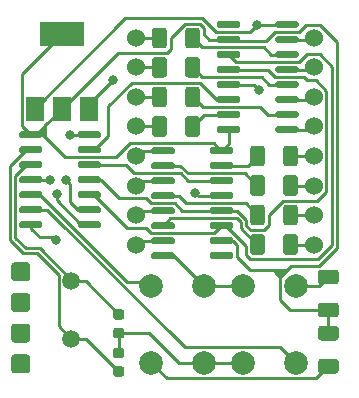
<source format=gbr>
%TF.GenerationSoftware,KiCad,Pcbnew,5.1.6*%
%TF.CreationDate,2020-06-28T23:45:08-05:00*%
%TF.ProjectId,watchKiCad,77617463-684b-4694-9361-642e6b696361,0*%
%TF.SameCoordinates,Original*%
%TF.FileFunction,Copper,L1,Top*%
%TF.FilePolarity,Positive*%
%FSLAX46Y46*%
G04 Gerber Fmt 4.6, Leading zero omitted, Abs format (unit mm)*
G04 Created by KiCad (PCBNEW 5.1.6) date 2020-06-28 23:45:08*
%MOMM*%
%LPD*%
G01*
G04 APERTURE LIST*
%TA.AperFunction,ComponentPad*%
%ADD10C,1.524000*%
%TD*%
%TA.AperFunction,ComponentPad*%
%ADD11C,2.000000*%
%TD*%
%TA.AperFunction,SMDPad,CuDef*%
%ADD12R,3.800000X2.000000*%
%TD*%
%TA.AperFunction,SMDPad,CuDef*%
%ADD13R,1.500000X2.000000*%
%TD*%
%TA.AperFunction,ComponentPad*%
%ADD14C,1.500000*%
%TD*%
%TA.AperFunction,ViaPad*%
%ADD15C,0.800000*%
%TD*%
%TA.AperFunction,Conductor*%
%ADD16C,0.250000*%
%TD*%
G04 APERTURE END LIST*
%TO.P,REF\u002A\u002A,1*%
%TO.N,Net-(U2-Pad8)*%
%TA.AperFunction,ComponentPad*%
G36*
G01*
X127350000Y-114550400D02*
X127350000Y-113449600D01*
G75*
G02*
X127599600Y-113200000I249600J0D01*
G01*
X128700400Y-113200000D01*
G75*
G02*
X128950000Y-113449600I0J-249600D01*
G01*
X128950000Y-114550400D01*
G75*
G02*
X128700400Y-114800000I-249600J0D01*
G01*
X127599600Y-114800000D01*
G75*
G02*
X127350000Y-114550400I0J249600D01*
G01*
G37*
%TD.AperFunction*%
%TD*%
%TO.P,REF\u002A\u002A,1*%
%TO.N,Net-(U2-Pad9)*%
%TA.AperFunction,ComponentPad*%
G36*
G01*
X127350000Y-117150400D02*
X127350000Y-116049600D01*
G75*
G02*
X127599600Y-115800000I249600J0D01*
G01*
X128700400Y-115800000D01*
G75*
G02*
X128950000Y-116049600I0J-249600D01*
G01*
X128950000Y-117150400D01*
G75*
G02*
X128700400Y-117400000I-249600J0D01*
G01*
X127599600Y-117400000D01*
G75*
G02*
X127350000Y-117150400I0J249600D01*
G01*
G37*
%TD.AperFunction*%
%TD*%
%TO.P,REF\u002A\u002A,1*%
%TO.N,Net-(U2-Pad7)*%
%TA.AperFunction,ComponentPad*%
G36*
G01*
X127350000Y-119750400D02*
X127350000Y-118649600D01*
G75*
G02*
X127599600Y-118400000I249600J0D01*
G01*
X128700400Y-118400000D01*
G75*
G02*
X128950000Y-118649600I0J-249600D01*
G01*
X128950000Y-119750400D01*
G75*
G02*
X128700400Y-120000000I-249600J0D01*
G01*
X127599600Y-120000000D01*
G75*
G02*
X127350000Y-119750400I0J249600D01*
G01*
G37*
%TD.AperFunction*%
%TD*%
%TO.P,REF\u002A\u002A,1*%
%TO.N,Net-(U2-Pad4)*%
%TA.AperFunction,ComponentPad*%
G36*
G01*
X127350000Y-122350400D02*
X127350000Y-121249600D01*
G75*
G02*
X127599600Y-121000000I249600J0D01*
G01*
X128700400Y-121000000D01*
G75*
G02*
X128950000Y-121249600I0J-249600D01*
G01*
X128950000Y-122350400D01*
G75*
G02*
X128700400Y-122600000I-249600J0D01*
G01*
X127599600Y-122600000D01*
G75*
G02*
X127350000Y-122350400I0J249600D01*
G01*
G37*
%TD.AperFunction*%
%TD*%
%TO.P,U2,1*%
%TO.N,Net-(R1-Pad2)*%
%TA.AperFunction,SMDPad,CuDef*%
G36*
G01*
X128025000Y-102540000D02*
X128025000Y-102240000D01*
G75*
G02*
X128175000Y-102090000I150000J0D01*
G01*
X129825000Y-102090000D01*
G75*
G02*
X129975000Y-102240000I0J-150000D01*
G01*
X129975000Y-102540000D01*
G75*
G02*
X129825000Y-102690000I-150000J0D01*
G01*
X128175000Y-102690000D01*
G75*
G02*
X128025000Y-102540000I0J150000D01*
G01*
G37*
%TD.AperFunction*%
%TO.P,U2,2*%
%TO.N,Net-(C1-Pad1)*%
%TA.AperFunction,SMDPad,CuDef*%
G36*
G01*
X128025000Y-103810000D02*
X128025000Y-103510000D01*
G75*
G02*
X128175000Y-103360000I150000J0D01*
G01*
X129825000Y-103360000D01*
G75*
G02*
X129975000Y-103510000I0J-150000D01*
G01*
X129975000Y-103810000D01*
G75*
G02*
X129825000Y-103960000I-150000J0D01*
G01*
X128175000Y-103960000D01*
G75*
G02*
X128025000Y-103810000I0J150000D01*
G01*
G37*
%TD.AperFunction*%
%TO.P,U2,3*%
%TO.N,Net-(C2-Pad1)*%
%TA.AperFunction,SMDPad,CuDef*%
G36*
G01*
X128025000Y-105080000D02*
X128025000Y-104780000D01*
G75*
G02*
X128175000Y-104630000I150000J0D01*
G01*
X129825000Y-104630000D01*
G75*
G02*
X129975000Y-104780000I0J-150000D01*
G01*
X129975000Y-105080000D01*
G75*
G02*
X129825000Y-105230000I-150000J0D01*
G01*
X128175000Y-105230000D01*
G75*
G02*
X128025000Y-105080000I0J150000D01*
G01*
G37*
%TD.AperFunction*%
%TO.P,U2,4*%
%TO.N,Net-(U2-Pad4)*%
%TA.AperFunction,SMDPad,CuDef*%
G36*
G01*
X128025000Y-106350000D02*
X128025000Y-106050000D01*
G75*
G02*
X128175000Y-105900000I150000J0D01*
G01*
X129825000Y-105900000D01*
G75*
G02*
X129975000Y-106050000I0J-150000D01*
G01*
X129975000Y-106350000D01*
G75*
G02*
X129825000Y-106500000I-150000J0D01*
G01*
X128175000Y-106500000D01*
G75*
G02*
X128025000Y-106350000I0J150000D01*
G01*
G37*
%TD.AperFunction*%
%TO.P,U2,5*%
%TO.N,Net-(R1-Pad1)*%
%TA.AperFunction,SMDPad,CuDef*%
G36*
G01*
X128025000Y-107620000D02*
X128025000Y-107320000D01*
G75*
G02*
X128175000Y-107170000I150000J0D01*
G01*
X129825000Y-107170000D01*
G75*
G02*
X129975000Y-107320000I0J-150000D01*
G01*
X129975000Y-107620000D01*
G75*
G02*
X129825000Y-107770000I-150000J0D01*
G01*
X128175000Y-107770000D01*
G75*
G02*
X128025000Y-107620000I0J150000D01*
G01*
G37*
%TD.AperFunction*%
%TO.P,U2,6*%
%TO.N,Net-(R2-Pad1)*%
%TA.AperFunction,SMDPad,CuDef*%
G36*
G01*
X128025000Y-108890000D02*
X128025000Y-108590000D01*
G75*
G02*
X128175000Y-108440000I150000J0D01*
G01*
X129825000Y-108440000D01*
G75*
G02*
X129975000Y-108590000I0J-150000D01*
G01*
X129975000Y-108890000D01*
G75*
G02*
X129825000Y-109040000I-150000J0D01*
G01*
X128175000Y-109040000D01*
G75*
G02*
X128025000Y-108890000I0J150000D01*
G01*
G37*
%TD.AperFunction*%
%TO.P,U2,7*%
%TO.N,Net-(U2-Pad7)*%
%TA.AperFunction,SMDPad,CuDef*%
G36*
G01*
X128025000Y-110160000D02*
X128025000Y-109860000D01*
G75*
G02*
X128175000Y-109710000I150000J0D01*
G01*
X129825000Y-109710000D01*
G75*
G02*
X129975000Y-109860000I0J-150000D01*
G01*
X129975000Y-110160000D01*
G75*
G02*
X129825000Y-110310000I-150000J0D01*
G01*
X128175000Y-110310000D01*
G75*
G02*
X128025000Y-110160000I0J150000D01*
G01*
G37*
%TD.AperFunction*%
%TO.P,U2,8*%
%TO.N,Net-(U2-Pad8)*%
%TA.AperFunction,SMDPad,CuDef*%
G36*
G01*
X132975000Y-110160000D02*
X132975000Y-109860000D01*
G75*
G02*
X133125000Y-109710000I150000J0D01*
G01*
X134775000Y-109710000D01*
G75*
G02*
X134925000Y-109860000I0J-150000D01*
G01*
X134925000Y-110160000D01*
G75*
G02*
X134775000Y-110310000I-150000J0D01*
G01*
X133125000Y-110310000D01*
G75*
G02*
X132975000Y-110160000I0J150000D01*
G01*
G37*
%TD.AperFunction*%
%TO.P,U2,9*%
%TO.N,Net-(U2-Pad9)*%
%TA.AperFunction,SMDPad,CuDef*%
G36*
G01*
X132975000Y-108890000D02*
X132975000Y-108590000D01*
G75*
G02*
X133125000Y-108440000I150000J0D01*
G01*
X134775000Y-108440000D01*
G75*
G02*
X134925000Y-108590000I0J-150000D01*
G01*
X134925000Y-108890000D01*
G75*
G02*
X134775000Y-109040000I-150000J0D01*
G01*
X133125000Y-109040000D01*
G75*
G02*
X132975000Y-108890000I0J150000D01*
G01*
G37*
%TD.AperFunction*%
%TO.P,U2,10*%
%TO.N,Net-(U2-Pad10)*%
%TA.AperFunction,SMDPad,CuDef*%
G36*
G01*
X132975000Y-107620000D02*
X132975000Y-107320000D01*
G75*
G02*
X133125000Y-107170000I150000J0D01*
G01*
X134775000Y-107170000D01*
G75*
G02*
X134925000Y-107320000I0J-150000D01*
G01*
X134925000Y-107620000D01*
G75*
G02*
X134775000Y-107770000I-150000J0D01*
G01*
X133125000Y-107770000D01*
G75*
G02*
X132975000Y-107620000I0J150000D01*
G01*
G37*
%TD.AperFunction*%
%TO.P,U2,11*%
%TO.N,Net-(U2-Pad11)*%
%TA.AperFunction,SMDPad,CuDef*%
G36*
G01*
X132975000Y-106350000D02*
X132975000Y-106050000D01*
G75*
G02*
X133125000Y-105900000I150000J0D01*
G01*
X134775000Y-105900000D01*
G75*
G02*
X134925000Y-106050000I0J-150000D01*
G01*
X134925000Y-106350000D01*
G75*
G02*
X134775000Y-106500000I-150000J0D01*
G01*
X133125000Y-106500000D01*
G75*
G02*
X132975000Y-106350000I0J150000D01*
G01*
G37*
%TD.AperFunction*%
%TO.P,U2,12*%
%TO.N,Net-(U2-Pad12)*%
%TA.AperFunction,SMDPad,CuDef*%
G36*
G01*
X132975000Y-105080000D02*
X132975000Y-104780000D01*
G75*
G02*
X133125000Y-104630000I150000J0D01*
G01*
X134775000Y-104630000D01*
G75*
G02*
X134925000Y-104780000I0J-150000D01*
G01*
X134925000Y-105080000D01*
G75*
G02*
X134775000Y-105230000I-150000J0D01*
G01*
X133125000Y-105230000D01*
G75*
G02*
X132975000Y-105080000I0J150000D01*
G01*
G37*
%TD.AperFunction*%
%TO.P,U2,13*%
%TO.N,Net-(U2-Pad13)*%
%TA.AperFunction,SMDPad,CuDef*%
G36*
G01*
X132975000Y-103810000D02*
X132975000Y-103510000D01*
G75*
G02*
X133125000Y-103360000I150000J0D01*
G01*
X134775000Y-103360000D01*
G75*
G02*
X134925000Y-103510000I0J-150000D01*
G01*
X134925000Y-103810000D01*
G75*
G02*
X134775000Y-103960000I-150000J0D01*
G01*
X133125000Y-103960000D01*
G75*
G02*
X132975000Y-103810000I0J150000D01*
G01*
G37*
%TD.AperFunction*%
%TO.P,U2,14*%
%TO.N,GND*%
%TA.AperFunction,SMDPad,CuDef*%
G36*
G01*
X132975000Y-102540000D02*
X132975000Y-102240000D01*
G75*
G02*
X133125000Y-102090000I150000J0D01*
G01*
X134775000Y-102090000D01*
G75*
G02*
X134925000Y-102240000I0J-150000D01*
G01*
X134925000Y-102540000D01*
G75*
G02*
X134775000Y-102690000I-150000J0D01*
G01*
X133125000Y-102690000D01*
G75*
G02*
X132975000Y-102540000I0J150000D01*
G01*
G37*
%TD.AperFunction*%
%TD*%
D10*
%TO.P,U5,1*%
%TO.N,Net-(R3-Pad1)*%
X137950000Y-94200000D03*
%TO.P,U5,2*%
%TO.N,Net-(R4-Pad1)*%
X137950000Y-96700000D03*
%TO.P,U5,3*%
%TO.N,Net-(R5-Pad2)*%
X137950000Y-99200000D03*
%TO.P,U5,4*%
%TO.N,Net-(R6-Pad2)*%
X137950000Y-101700000D03*
%TO.P,U5,5*%
%TO.N,Net-(U3-Pad1)*%
X137950000Y-104200000D03*
%TO.P,U5,6*%
%TO.N,Net-(U3-Pad3)*%
X137950000Y-106700000D03*
%TO.P,U5,7*%
%TO.N,Net-(U3-Pad5)*%
X137950000Y-109200000D03*
%TO.P,U5,8*%
%TO.N,Net-(U3-Pad7)*%
X137950000Y-111700000D03*
%TO.P,U5,9*%
%TO.N,Net-(R10-Pad1)*%
X152950000Y-111700000D03*
%TO.P,U5,10*%
%TO.N,Net-(R9-Pad1)*%
X152950000Y-109200000D03*
%TO.P,U5,11*%
%TO.N,Net-(R8-Pad1)*%
X152950000Y-106700000D03*
%TO.P,U5,12*%
%TO.N,Net-(R7-Pad1)*%
X152950000Y-104200000D03*
%TO.P,U5,13*%
%TO.N,Net-(U4-Pad1)*%
X152950000Y-101700000D03*
%TO.P,U5,14*%
%TO.N,Net-(U4-Pad3)*%
X152950000Y-99200000D03*
%TO.P,U5,15*%
%TO.N,Net-(U4-Pad5)*%
X152950000Y-96700000D03*
%TO.P,U5,16*%
%TO.N,Net-(U4-Pad7)*%
X152950000Y-94200000D03*
%TD*%
D11*
%TO.P,SW1,2*%
%TO.N,Net-(R1-Pad1)*%
X139200000Y-115200000D03*
%TO.P,SW1,1*%
%TO.N,GND*%
X143700000Y-115200000D03*
%TO.P,SW1,2*%
%TO.N,Net-(R1-Pad1)*%
X139200000Y-121700000D03*
%TO.P,SW1,1*%
%TO.N,GND*%
X143700000Y-121700000D03*
%TD*%
%TO.P,SW2,1*%
%TO.N,GND*%
X146950000Y-115200000D03*
%TO.P,SW2,2*%
%TO.N,Net-(R2-Pad1)*%
X151450000Y-115200000D03*
%TO.P,SW2,1*%
%TO.N,GND*%
X146950000Y-121700000D03*
%TO.P,SW2,2*%
%TO.N,Net-(R2-Pad1)*%
X151450000Y-121700000D03*
%TD*%
%TO.P,C1,1*%
%TO.N,Net-(C1-Pad1)*%
%TA.AperFunction,SMDPad,CuDef*%
G36*
G01*
X136706250Y-122887500D02*
X136193750Y-122887500D01*
G75*
G02*
X135975000Y-122668750I0J218750D01*
G01*
X135975000Y-122231250D01*
G75*
G02*
X136193750Y-122012500I218750J0D01*
G01*
X136706250Y-122012500D01*
G75*
G02*
X136925000Y-122231250I0J-218750D01*
G01*
X136925000Y-122668750D01*
G75*
G02*
X136706250Y-122887500I-218750J0D01*
G01*
G37*
%TD.AperFunction*%
%TO.P,C1,2*%
%TO.N,GND*%
%TA.AperFunction,SMDPad,CuDef*%
G36*
G01*
X136706250Y-121312500D02*
X136193750Y-121312500D01*
G75*
G02*
X135975000Y-121093750I0J218750D01*
G01*
X135975000Y-120656250D01*
G75*
G02*
X136193750Y-120437500I218750J0D01*
G01*
X136706250Y-120437500D01*
G75*
G02*
X136925000Y-120656250I0J-218750D01*
G01*
X136925000Y-121093750D01*
G75*
G02*
X136706250Y-121312500I-218750J0D01*
G01*
G37*
%TD.AperFunction*%
%TD*%
%TO.P,C2,2*%
%TO.N,GND*%
%TA.AperFunction,SMDPad,CuDef*%
G36*
G01*
X136193750Y-118762500D02*
X136706250Y-118762500D01*
G75*
G02*
X136925000Y-118981250I0J-218750D01*
G01*
X136925000Y-119418750D01*
G75*
G02*
X136706250Y-119637500I-218750J0D01*
G01*
X136193750Y-119637500D01*
G75*
G02*
X135975000Y-119418750I0J218750D01*
G01*
X135975000Y-118981250D01*
G75*
G02*
X136193750Y-118762500I218750J0D01*
G01*
G37*
%TD.AperFunction*%
%TO.P,C2,1*%
%TO.N,Net-(C2-Pad1)*%
%TA.AperFunction,SMDPad,CuDef*%
G36*
G01*
X136193750Y-117187500D02*
X136706250Y-117187500D01*
G75*
G02*
X136925000Y-117406250I0J-218750D01*
G01*
X136925000Y-117843750D01*
G75*
G02*
X136706250Y-118062500I-218750J0D01*
G01*
X136193750Y-118062500D01*
G75*
G02*
X135975000Y-117843750I0J218750D01*
G01*
X135975000Y-117406250D01*
G75*
G02*
X136193750Y-117187500I218750J0D01*
G01*
G37*
%TD.AperFunction*%
%TD*%
%TO.P,R1,1*%
%TO.N,Net-(R1-Pad1)*%
%TA.AperFunction,SMDPad,CuDef*%
G36*
G01*
X154825000Y-122625000D02*
X153575000Y-122625000D01*
G75*
G02*
X153325000Y-122375000I0J250000D01*
G01*
X153325000Y-121625000D01*
G75*
G02*
X153575000Y-121375000I250000J0D01*
G01*
X154825000Y-121375000D01*
G75*
G02*
X155075000Y-121625000I0J-250000D01*
G01*
X155075000Y-122375000D01*
G75*
G02*
X154825000Y-122625000I-250000J0D01*
G01*
G37*
%TD.AperFunction*%
%TO.P,R1,2*%
%TO.N,Net-(R1-Pad2)*%
%TA.AperFunction,SMDPad,CuDef*%
G36*
G01*
X154825000Y-119825000D02*
X153575000Y-119825000D01*
G75*
G02*
X153325000Y-119575000I0J250000D01*
G01*
X153325000Y-118825000D01*
G75*
G02*
X153575000Y-118575000I250000J0D01*
G01*
X154825000Y-118575000D01*
G75*
G02*
X155075000Y-118825000I0J-250000D01*
G01*
X155075000Y-119575000D01*
G75*
G02*
X154825000Y-119825000I-250000J0D01*
G01*
G37*
%TD.AperFunction*%
%TD*%
%TO.P,R2,2*%
%TO.N,Net-(R1-Pad2)*%
%TA.AperFunction,SMDPad,CuDef*%
G36*
G01*
X153575000Y-116625000D02*
X154825000Y-116625000D01*
G75*
G02*
X155075000Y-116875000I0J-250000D01*
G01*
X155075000Y-117625000D01*
G75*
G02*
X154825000Y-117875000I-250000J0D01*
G01*
X153575000Y-117875000D01*
G75*
G02*
X153325000Y-117625000I0J250000D01*
G01*
X153325000Y-116875000D01*
G75*
G02*
X153575000Y-116625000I250000J0D01*
G01*
G37*
%TD.AperFunction*%
%TO.P,R2,1*%
%TO.N,Net-(R2-Pad1)*%
%TA.AperFunction,SMDPad,CuDef*%
G36*
G01*
X153575000Y-113825000D02*
X154825000Y-113825000D01*
G75*
G02*
X155075000Y-114075000I0J-250000D01*
G01*
X155075000Y-114825000D01*
G75*
G02*
X154825000Y-115075000I-250000J0D01*
G01*
X153575000Y-115075000D01*
G75*
G02*
X153325000Y-114825000I0J250000D01*
G01*
X153325000Y-114075000D01*
G75*
G02*
X153575000Y-113825000I250000J0D01*
G01*
G37*
%TD.AperFunction*%
%TD*%
%TO.P,R3,2*%
%TO.N,Net-(R3-Pad2)*%
%TA.AperFunction,SMDPad,CuDef*%
G36*
G01*
X142075000Y-94825000D02*
X142075000Y-93575000D01*
G75*
G02*
X142325000Y-93325000I250000J0D01*
G01*
X143075000Y-93325000D01*
G75*
G02*
X143325000Y-93575000I0J-250000D01*
G01*
X143325000Y-94825000D01*
G75*
G02*
X143075000Y-95075000I-250000J0D01*
G01*
X142325000Y-95075000D01*
G75*
G02*
X142075000Y-94825000I0J250000D01*
G01*
G37*
%TD.AperFunction*%
%TO.P,R3,1*%
%TO.N,Net-(R3-Pad1)*%
%TA.AperFunction,SMDPad,CuDef*%
G36*
G01*
X139275000Y-94825000D02*
X139275000Y-93575000D01*
G75*
G02*
X139525000Y-93325000I250000J0D01*
G01*
X140275000Y-93325000D01*
G75*
G02*
X140525000Y-93575000I0J-250000D01*
G01*
X140525000Y-94825000D01*
G75*
G02*
X140275000Y-95075000I-250000J0D01*
G01*
X139525000Y-95075000D01*
G75*
G02*
X139275000Y-94825000I0J250000D01*
G01*
G37*
%TD.AperFunction*%
%TD*%
%TO.P,R4,1*%
%TO.N,Net-(R4-Pad1)*%
%TA.AperFunction,SMDPad,CuDef*%
G36*
G01*
X139275000Y-97325000D02*
X139275000Y-96075000D01*
G75*
G02*
X139525000Y-95825000I250000J0D01*
G01*
X140275000Y-95825000D01*
G75*
G02*
X140525000Y-96075000I0J-250000D01*
G01*
X140525000Y-97325000D01*
G75*
G02*
X140275000Y-97575000I-250000J0D01*
G01*
X139525000Y-97575000D01*
G75*
G02*
X139275000Y-97325000I0J250000D01*
G01*
G37*
%TD.AperFunction*%
%TO.P,R4,2*%
%TO.N,Net-(R4-Pad2)*%
%TA.AperFunction,SMDPad,CuDef*%
G36*
G01*
X142075000Y-97325000D02*
X142075000Y-96075000D01*
G75*
G02*
X142325000Y-95825000I250000J0D01*
G01*
X143075000Y-95825000D01*
G75*
G02*
X143325000Y-96075000I0J-250000D01*
G01*
X143325000Y-97325000D01*
G75*
G02*
X143075000Y-97575000I-250000J0D01*
G01*
X142325000Y-97575000D01*
G75*
G02*
X142075000Y-97325000I0J250000D01*
G01*
G37*
%TD.AperFunction*%
%TD*%
%TO.P,R5,1*%
%TO.N,Net-(R5-Pad1)*%
%TA.AperFunction,SMDPad,CuDef*%
G36*
G01*
X143325000Y-98575000D02*
X143325000Y-99825000D01*
G75*
G02*
X143075000Y-100075000I-250000J0D01*
G01*
X142325000Y-100075000D01*
G75*
G02*
X142075000Y-99825000I0J250000D01*
G01*
X142075000Y-98575000D01*
G75*
G02*
X142325000Y-98325000I250000J0D01*
G01*
X143075000Y-98325000D01*
G75*
G02*
X143325000Y-98575000I0J-250000D01*
G01*
G37*
%TD.AperFunction*%
%TO.P,R5,2*%
%TO.N,Net-(R5-Pad2)*%
%TA.AperFunction,SMDPad,CuDef*%
G36*
G01*
X140525000Y-98575000D02*
X140525000Y-99825000D01*
G75*
G02*
X140275000Y-100075000I-250000J0D01*
G01*
X139525000Y-100075000D01*
G75*
G02*
X139275000Y-99825000I0J250000D01*
G01*
X139275000Y-98575000D01*
G75*
G02*
X139525000Y-98325000I250000J0D01*
G01*
X140275000Y-98325000D01*
G75*
G02*
X140525000Y-98575000I0J-250000D01*
G01*
G37*
%TD.AperFunction*%
%TD*%
%TO.P,R6,2*%
%TO.N,Net-(R6-Pad2)*%
%TA.AperFunction,SMDPad,CuDef*%
G36*
G01*
X140525000Y-101075000D02*
X140525000Y-102325000D01*
G75*
G02*
X140275000Y-102575000I-250000J0D01*
G01*
X139525000Y-102575000D01*
G75*
G02*
X139275000Y-102325000I0J250000D01*
G01*
X139275000Y-101075000D01*
G75*
G02*
X139525000Y-100825000I250000J0D01*
G01*
X140275000Y-100825000D01*
G75*
G02*
X140525000Y-101075000I0J-250000D01*
G01*
G37*
%TD.AperFunction*%
%TO.P,R6,1*%
%TO.N,Net-(R6-Pad1)*%
%TA.AperFunction,SMDPad,CuDef*%
G36*
G01*
X143325000Y-101075000D02*
X143325000Y-102325000D01*
G75*
G02*
X143075000Y-102575000I-250000J0D01*
G01*
X142325000Y-102575000D01*
G75*
G02*
X142075000Y-102325000I0J250000D01*
G01*
X142075000Y-101075000D01*
G75*
G02*
X142325000Y-100825000I250000J0D01*
G01*
X143075000Y-100825000D01*
G75*
G02*
X143325000Y-101075000I0J-250000D01*
G01*
G37*
%TD.AperFunction*%
%TD*%
%TO.P,R7,1*%
%TO.N,Net-(R7-Pad1)*%
%TA.AperFunction,SMDPad,CuDef*%
G36*
G01*
X151625000Y-103575000D02*
X151625000Y-104825000D01*
G75*
G02*
X151375000Y-105075000I-250000J0D01*
G01*
X150625000Y-105075000D01*
G75*
G02*
X150375000Y-104825000I0J250000D01*
G01*
X150375000Y-103575000D01*
G75*
G02*
X150625000Y-103325000I250000J0D01*
G01*
X151375000Y-103325000D01*
G75*
G02*
X151625000Y-103575000I0J-250000D01*
G01*
G37*
%TD.AperFunction*%
%TO.P,R7,2*%
%TO.N,Net-(R7-Pad2)*%
%TA.AperFunction,SMDPad,CuDef*%
G36*
G01*
X148825000Y-103575000D02*
X148825000Y-104825000D01*
G75*
G02*
X148575000Y-105075000I-250000J0D01*
G01*
X147825000Y-105075000D01*
G75*
G02*
X147575000Y-104825000I0J250000D01*
G01*
X147575000Y-103575000D01*
G75*
G02*
X147825000Y-103325000I250000J0D01*
G01*
X148575000Y-103325000D01*
G75*
G02*
X148825000Y-103575000I0J-250000D01*
G01*
G37*
%TD.AperFunction*%
%TD*%
%TO.P,R8,1*%
%TO.N,Net-(R8-Pad1)*%
%TA.AperFunction,SMDPad,CuDef*%
G36*
G01*
X151625000Y-106075000D02*
X151625000Y-107325000D01*
G75*
G02*
X151375000Y-107575000I-250000J0D01*
G01*
X150625000Y-107575000D01*
G75*
G02*
X150375000Y-107325000I0J250000D01*
G01*
X150375000Y-106075000D01*
G75*
G02*
X150625000Y-105825000I250000J0D01*
G01*
X151375000Y-105825000D01*
G75*
G02*
X151625000Y-106075000I0J-250000D01*
G01*
G37*
%TD.AperFunction*%
%TO.P,R8,2*%
%TO.N,Net-(R8-Pad2)*%
%TA.AperFunction,SMDPad,CuDef*%
G36*
G01*
X148825000Y-106075000D02*
X148825000Y-107325000D01*
G75*
G02*
X148575000Y-107575000I-250000J0D01*
G01*
X147825000Y-107575000D01*
G75*
G02*
X147575000Y-107325000I0J250000D01*
G01*
X147575000Y-106075000D01*
G75*
G02*
X147825000Y-105825000I250000J0D01*
G01*
X148575000Y-105825000D01*
G75*
G02*
X148825000Y-106075000I0J-250000D01*
G01*
G37*
%TD.AperFunction*%
%TD*%
%TO.P,R9,2*%
%TO.N,Net-(R9-Pad2)*%
%TA.AperFunction,SMDPad,CuDef*%
G36*
G01*
X148825000Y-108575000D02*
X148825000Y-109825000D01*
G75*
G02*
X148575000Y-110075000I-250000J0D01*
G01*
X147825000Y-110075000D01*
G75*
G02*
X147575000Y-109825000I0J250000D01*
G01*
X147575000Y-108575000D01*
G75*
G02*
X147825000Y-108325000I250000J0D01*
G01*
X148575000Y-108325000D01*
G75*
G02*
X148825000Y-108575000I0J-250000D01*
G01*
G37*
%TD.AperFunction*%
%TO.P,R9,1*%
%TO.N,Net-(R9-Pad1)*%
%TA.AperFunction,SMDPad,CuDef*%
G36*
G01*
X151625000Y-108575000D02*
X151625000Y-109825000D01*
G75*
G02*
X151375000Y-110075000I-250000J0D01*
G01*
X150625000Y-110075000D01*
G75*
G02*
X150375000Y-109825000I0J250000D01*
G01*
X150375000Y-108575000D01*
G75*
G02*
X150625000Y-108325000I250000J0D01*
G01*
X151375000Y-108325000D01*
G75*
G02*
X151625000Y-108575000I0J-250000D01*
G01*
G37*
%TD.AperFunction*%
%TD*%
%TO.P,R10,2*%
%TO.N,Net-(R10-Pad2)*%
%TA.AperFunction,SMDPad,CuDef*%
G36*
G01*
X148825000Y-111075000D02*
X148825000Y-112325000D01*
G75*
G02*
X148575000Y-112575000I-250000J0D01*
G01*
X147825000Y-112575000D01*
G75*
G02*
X147575000Y-112325000I0J250000D01*
G01*
X147575000Y-111075000D01*
G75*
G02*
X147825000Y-110825000I250000J0D01*
G01*
X148575000Y-110825000D01*
G75*
G02*
X148825000Y-111075000I0J-250000D01*
G01*
G37*
%TD.AperFunction*%
%TO.P,R10,1*%
%TO.N,Net-(R10-Pad1)*%
%TA.AperFunction,SMDPad,CuDef*%
G36*
G01*
X151625000Y-111075000D02*
X151625000Y-112325000D01*
G75*
G02*
X151375000Y-112575000I-250000J0D01*
G01*
X150625000Y-112575000D01*
G75*
G02*
X150375000Y-112325000I0J250000D01*
G01*
X150375000Y-111075000D01*
G75*
G02*
X150625000Y-110825000I250000J0D01*
G01*
X151375000Y-110825000D01*
G75*
G02*
X151625000Y-111075000I0J-250000D01*
G01*
G37*
%TD.AperFunction*%
%TD*%
D12*
%TO.P,U1,2*%
%TO.N,Net-(R1-Pad2)*%
X131650000Y-93900000D03*
D13*
X131650000Y-100200000D03*
%TO.P,U1,3*%
%TO.N,VCC*%
X133950000Y-100200000D03*
%TO.P,U1,1*%
%TO.N,GND*%
X129350000Y-100200000D03*
%TD*%
%TO.P,U3,1*%
%TO.N,Net-(U3-Pad1)*%
%TA.AperFunction,SMDPad,CuDef*%
G36*
G01*
X139225000Y-103905000D02*
X139225000Y-103605000D01*
G75*
G02*
X139375000Y-103455000I150000J0D01*
G01*
X141025000Y-103455000D01*
G75*
G02*
X141175000Y-103605000I0J-150000D01*
G01*
X141175000Y-103905000D01*
G75*
G02*
X141025000Y-104055000I-150000J0D01*
G01*
X139375000Y-104055000D01*
G75*
G02*
X139225000Y-103905000I0J150000D01*
G01*
G37*
%TD.AperFunction*%
%TO.P,U3,2*%
%TO.N,Net-(R8-Pad2)*%
%TA.AperFunction,SMDPad,CuDef*%
G36*
G01*
X139225000Y-105175000D02*
X139225000Y-104875000D01*
G75*
G02*
X139375000Y-104725000I150000J0D01*
G01*
X141025000Y-104725000D01*
G75*
G02*
X141175000Y-104875000I0J-150000D01*
G01*
X141175000Y-105175000D01*
G75*
G02*
X141025000Y-105325000I-150000J0D01*
G01*
X139375000Y-105325000D01*
G75*
G02*
X139225000Y-105175000I0J150000D01*
G01*
G37*
%TD.AperFunction*%
%TO.P,U3,3*%
%TO.N,Net-(U3-Pad3)*%
%TA.AperFunction,SMDPad,CuDef*%
G36*
G01*
X139225000Y-106445000D02*
X139225000Y-106145000D01*
G75*
G02*
X139375000Y-105995000I150000J0D01*
G01*
X141025000Y-105995000D01*
G75*
G02*
X141175000Y-106145000I0J-150000D01*
G01*
X141175000Y-106445000D01*
G75*
G02*
X141025000Y-106595000I-150000J0D01*
G01*
X139375000Y-106595000D01*
G75*
G02*
X139225000Y-106445000I0J150000D01*
G01*
G37*
%TD.AperFunction*%
%TO.P,U3,4*%
%TO.N,Net-(R9-Pad2)*%
%TA.AperFunction,SMDPad,CuDef*%
G36*
G01*
X139225000Y-107715000D02*
X139225000Y-107415000D01*
G75*
G02*
X139375000Y-107265000I150000J0D01*
G01*
X141025000Y-107265000D01*
G75*
G02*
X141175000Y-107415000I0J-150000D01*
G01*
X141175000Y-107715000D01*
G75*
G02*
X141025000Y-107865000I-150000J0D01*
G01*
X139375000Y-107865000D01*
G75*
G02*
X139225000Y-107715000I0J150000D01*
G01*
G37*
%TD.AperFunction*%
%TO.P,U3,5*%
%TO.N,Net-(U3-Pad5)*%
%TA.AperFunction,SMDPad,CuDef*%
G36*
G01*
X139225000Y-108985000D02*
X139225000Y-108685000D01*
G75*
G02*
X139375000Y-108535000I150000J0D01*
G01*
X141025000Y-108535000D01*
G75*
G02*
X141175000Y-108685000I0J-150000D01*
G01*
X141175000Y-108985000D01*
G75*
G02*
X141025000Y-109135000I-150000J0D01*
G01*
X139375000Y-109135000D01*
G75*
G02*
X139225000Y-108985000I0J150000D01*
G01*
G37*
%TD.AperFunction*%
%TO.P,U3,6*%
%TO.N,Net-(R10-Pad2)*%
%TA.AperFunction,SMDPad,CuDef*%
G36*
G01*
X139225000Y-110255000D02*
X139225000Y-109955000D01*
G75*
G02*
X139375000Y-109805000I150000J0D01*
G01*
X141025000Y-109805000D01*
G75*
G02*
X141175000Y-109955000I0J-150000D01*
G01*
X141175000Y-110255000D01*
G75*
G02*
X141025000Y-110405000I-150000J0D01*
G01*
X139375000Y-110405000D01*
G75*
G02*
X139225000Y-110255000I0J150000D01*
G01*
G37*
%TD.AperFunction*%
%TO.P,U3,7*%
%TO.N,Net-(U3-Pad7)*%
%TA.AperFunction,SMDPad,CuDef*%
G36*
G01*
X139225000Y-111525000D02*
X139225000Y-111225000D01*
G75*
G02*
X139375000Y-111075000I150000J0D01*
G01*
X141025000Y-111075000D01*
G75*
G02*
X141175000Y-111225000I0J-150000D01*
G01*
X141175000Y-111525000D01*
G75*
G02*
X141025000Y-111675000I-150000J0D01*
G01*
X139375000Y-111675000D01*
G75*
G02*
X139225000Y-111525000I0J150000D01*
G01*
G37*
%TD.AperFunction*%
%TO.P,U3,8*%
%TO.N,GND*%
%TA.AperFunction,SMDPad,CuDef*%
G36*
G01*
X139225000Y-112795000D02*
X139225000Y-112495000D01*
G75*
G02*
X139375000Y-112345000I150000J0D01*
G01*
X141025000Y-112345000D01*
G75*
G02*
X141175000Y-112495000I0J-150000D01*
G01*
X141175000Y-112795000D01*
G75*
G02*
X141025000Y-112945000I-150000J0D01*
G01*
X139375000Y-112945000D01*
G75*
G02*
X139225000Y-112795000I0J150000D01*
G01*
G37*
%TD.AperFunction*%
%TO.P,U3,9*%
%TO.N,Net-(U3-Pad9)*%
%TA.AperFunction,SMDPad,CuDef*%
G36*
G01*
X144175000Y-112795000D02*
X144175000Y-112495000D01*
G75*
G02*
X144325000Y-112345000I150000J0D01*
G01*
X145975000Y-112345000D01*
G75*
G02*
X146125000Y-112495000I0J-150000D01*
G01*
X146125000Y-112795000D01*
G75*
G02*
X145975000Y-112945000I-150000J0D01*
G01*
X144325000Y-112945000D01*
G75*
G02*
X144175000Y-112795000I0J150000D01*
G01*
G37*
%TD.AperFunction*%
%TO.P,U3,10*%
%TO.N,Net-(R1-Pad2)*%
%TA.AperFunction,SMDPad,CuDef*%
G36*
G01*
X144175000Y-111525000D02*
X144175000Y-111225000D01*
G75*
G02*
X144325000Y-111075000I150000J0D01*
G01*
X145975000Y-111075000D01*
G75*
G02*
X146125000Y-111225000I0J-150000D01*
G01*
X146125000Y-111525000D01*
G75*
G02*
X145975000Y-111675000I-150000J0D01*
G01*
X144325000Y-111675000D01*
G75*
G02*
X144175000Y-111525000I0J150000D01*
G01*
G37*
%TD.AperFunction*%
%TO.P,U3,11*%
%TO.N,Net-(U2-Pad10)*%
%TA.AperFunction,SMDPad,CuDef*%
G36*
G01*
X144175000Y-110255000D02*
X144175000Y-109955000D01*
G75*
G02*
X144325000Y-109805000I150000J0D01*
G01*
X145975000Y-109805000D01*
G75*
G02*
X146125000Y-109955000I0J-150000D01*
G01*
X146125000Y-110255000D01*
G75*
G02*
X145975000Y-110405000I-150000J0D01*
G01*
X144325000Y-110405000D01*
G75*
G02*
X144175000Y-110255000I0J150000D01*
G01*
G37*
%TD.AperFunction*%
%TO.P,U3,12*%
%TO.N,Net-(U2-Pad11)*%
%TA.AperFunction,SMDPad,CuDef*%
G36*
G01*
X144175000Y-108985000D02*
X144175000Y-108685000D01*
G75*
G02*
X144325000Y-108535000I150000J0D01*
G01*
X145975000Y-108535000D01*
G75*
G02*
X146125000Y-108685000I0J-150000D01*
G01*
X146125000Y-108985000D01*
G75*
G02*
X145975000Y-109135000I-150000J0D01*
G01*
X144325000Y-109135000D01*
G75*
G02*
X144175000Y-108985000I0J150000D01*
G01*
G37*
%TD.AperFunction*%
%TO.P,U3,13*%
%TO.N,GND*%
%TA.AperFunction,SMDPad,CuDef*%
G36*
G01*
X144175000Y-107715000D02*
X144175000Y-107415000D01*
G75*
G02*
X144325000Y-107265000I150000J0D01*
G01*
X145975000Y-107265000D01*
G75*
G02*
X146125000Y-107415000I0J-150000D01*
G01*
X146125000Y-107715000D01*
G75*
G02*
X145975000Y-107865000I-150000J0D01*
G01*
X144325000Y-107865000D01*
G75*
G02*
X144175000Y-107715000I0J150000D01*
G01*
G37*
%TD.AperFunction*%
%TO.P,U3,14*%
%TO.N,Net-(U2-Pad12)*%
%TA.AperFunction,SMDPad,CuDef*%
G36*
G01*
X144175000Y-106445000D02*
X144175000Y-106145000D01*
G75*
G02*
X144325000Y-105995000I150000J0D01*
G01*
X145975000Y-105995000D01*
G75*
G02*
X146125000Y-106145000I0J-150000D01*
G01*
X146125000Y-106445000D01*
G75*
G02*
X145975000Y-106595000I-150000J0D01*
G01*
X144325000Y-106595000D01*
G75*
G02*
X144175000Y-106445000I0J150000D01*
G01*
G37*
%TD.AperFunction*%
%TO.P,U3,15*%
%TO.N,Net-(R7-Pad2)*%
%TA.AperFunction,SMDPad,CuDef*%
G36*
G01*
X144175000Y-105175000D02*
X144175000Y-104875000D01*
G75*
G02*
X144325000Y-104725000I150000J0D01*
G01*
X145975000Y-104725000D01*
G75*
G02*
X146125000Y-104875000I0J-150000D01*
G01*
X146125000Y-105175000D01*
G75*
G02*
X145975000Y-105325000I-150000J0D01*
G01*
X144325000Y-105325000D01*
G75*
G02*
X144175000Y-105175000I0J150000D01*
G01*
G37*
%TD.AperFunction*%
%TO.P,U3,16*%
%TO.N,Net-(R1-Pad2)*%
%TA.AperFunction,SMDPad,CuDef*%
G36*
G01*
X144175000Y-103905000D02*
X144175000Y-103605000D01*
G75*
G02*
X144325000Y-103455000I150000J0D01*
G01*
X145975000Y-103455000D01*
G75*
G02*
X146125000Y-103605000I0J-150000D01*
G01*
X146125000Y-103905000D01*
G75*
G02*
X145975000Y-104055000I-150000J0D01*
G01*
X144325000Y-104055000D01*
G75*
G02*
X144175000Y-103905000I0J150000D01*
G01*
G37*
%TD.AperFunction*%
%TD*%
%TO.P,U4,16*%
%TO.N,Net-(R1-Pad2)*%
%TA.AperFunction,SMDPad,CuDef*%
G36*
G01*
X146725000Y-101820000D02*
X146725000Y-102120000D01*
G75*
G02*
X146575000Y-102270000I-150000J0D01*
G01*
X144925000Y-102270000D01*
G75*
G02*
X144775000Y-102120000I0J150000D01*
G01*
X144775000Y-101820000D01*
G75*
G02*
X144925000Y-101670000I150000J0D01*
G01*
X146575000Y-101670000D01*
G75*
G02*
X146725000Y-101820000I0J-150000D01*
G01*
G37*
%TD.AperFunction*%
%TO.P,U4,15*%
%TO.N,Net-(R6-Pad1)*%
%TA.AperFunction,SMDPad,CuDef*%
G36*
G01*
X146725000Y-100550000D02*
X146725000Y-100850000D01*
G75*
G02*
X146575000Y-101000000I-150000J0D01*
G01*
X144925000Y-101000000D01*
G75*
G02*
X144775000Y-100850000I0J150000D01*
G01*
X144775000Y-100550000D01*
G75*
G02*
X144925000Y-100400000I150000J0D01*
G01*
X146575000Y-100400000D01*
G75*
G02*
X146725000Y-100550000I0J-150000D01*
G01*
G37*
%TD.AperFunction*%
%TO.P,U4,14*%
%TO.N,Net-(U2-Pad13)*%
%TA.AperFunction,SMDPad,CuDef*%
G36*
G01*
X146725000Y-99280000D02*
X146725000Y-99580000D01*
G75*
G02*
X146575000Y-99730000I-150000J0D01*
G01*
X144925000Y-99730000D01*
G75*
G02*
X144775000Y-99580000I0J150000D01*
G01*
X144775000Y-99280000D01*
G75*
G02*
X144925000Y-99130000I150000J0D01*
G01*
X146575000Y-99130000D01*
G75*
G02*
X146725000Y-99280000I0J-150000D01*
G01*
G37*
%TD.AperFunction*%
%TO.P,U4,13*%
%TO.N,GND*%
%TA.AperFunction,SMDPad,CuDef*%
G36*
G01*
X146725000Y-98010000D02*
X146725000Y-98310000D01*
G75*
G02*
X146575000Y-98460000I-150000J0D01*
G01*
X144925000Y-98460000D01*
G75*
G02*
X144775000Y-98310000I0J150000D01*
G01*
X144775000Y-98010000D01*
G75*
G02*
X144925000Y-97860000I150000J0D01*
G01*
X146575000Y-97860000D01*
G75*
G02*
X146725000Y-98010000I0J-150000D01*
G01*
G37*
%TD.AperFunction*%
%TO.P,U4,12*%
%TO.N,Net-(U2-Pad11)*%
%TA.AperFunction,SMDPad,CuDef*%
G36*
G01*
X146725000Y-96740000D02*
X146725000Y-97040000D01*
G75*
G02*
X146575000Y-97190000I-150000J0D01*
G01*
X144925000Y-97190000D01*
G75*
G02*
X144775000Y-97040000I0J150000D01*
G01*
X144775000Y-96740000D01*
G75*
G02*
X144925000Y-96590000I150000J0D01*
G01*
X146575000Y-96590000D01*
G75*
G02*
X146725000Y-96740000I0J-150000D01*
G01*
G37*
%TD.AperFunction*%
%TO.P,U4,11*%
%TO.N,Net-(U2-Pad10)*%
%TA.AperFunction,SMDPad,CuDef*%
G36*
G01*
X146725000Y-95470000D02*
X146725000Y-95770000D01*
G75*
G02*
X146575000Y-95920000I-150000J0D01*
G01*
X144925000Y-95920000D01*
G75*
G02*
X144775000Y-95770000I0J150000D01*
G01*
X144775000Y-95470000D01*
G75*
G02*
X144925000Y-95320000I150000J0D01*
G01*
X146575000Y-95320000D01*
G75*
G02*
X146725000Y-95470000I0J-150000D01*
G01*
G37*
%TD.AperFunction*%
%TO.P,U4,10*%
%TO.N,Net-(R1-Pad2)*%
%TA.AperFunction,SMDPad,CuDef*%
G36*
G01*
X146725000Y-94200000D02*
X146725000Y-94500000D01*
G75*
G02*
X146575000Y-94650000I-150000J0D01*
G01*
X144925000Y-94650000D01*
G75*
G02*
X144775000Y-94500000I0J150000D01*
G01*
X144775000Y-94200000D01*
G75*
G02*
X144925000Y-94050000I150000J0D01*
G01*
X146575000Y-94050000D01*
G75*
G02*
X146725000Y-94200000I0J-150000D01*
G01*
G37*
%TD.AperFunction*%
%TO.P,U4,9*%
%TO.N,Net-(U4-Pad9)*%
%TA.AperFunction,SMDPad,CuDef*%
G36*
G01*
X146725000Y-92930000D02*
X146725000Y-93230000D01*
G75*
G02*
X146575000Y-93380000I-150000J0D01*
G01*
X144925000Y-93380000D01*
G75*
G02*
X144775000Y-93230000I0J150000D01*
G01*
X144775000Y-92930000D01*
G75*
G02*
X144925000Y-92780000I150000J0D01*
G01*
X146575000Y-92780000D01*
G75*
G02*
X146725000Y-92930000I0J-150000D01*
G01*
G37*
%TD.AperFunction*%
%TO.P,U4,8*%
%TO.N,GND*%
%TA.AperFunction,SMDPad,CuDef*%
G36*
G01*
X151675000Y-92930000D02*
X151675000Y-93230000D01*
G75*
G02*
X151525000Y-93380000I-150000J0D01*
G01*
X149875000Y-93380000D01*
G75*
G02*
X149725000Y-93230000I0J150000D01*
G01*
X149725000Y-92930000D01*
G75*
G02*
X149875000Y-92780000I150000J0D01*
G01*
X151525000Y-92780000D01*
G75*
G02*
X151675000Y-92930000I0J-150000D01*
G01*
G37*
%TD.AperFunction*%
%TO.P,U4,7*%
%TO.N,Net-(U4-Pad7)*%
%TA.AperFunction,SMDPad,CuDef*%
G36*
G01*
X151675000Y-94200000D02*
X151675000Y-94500000D01*
G75*
G02*
X151525000Y-94650000I-150000J0D01*
G01*
X149875000Y-94650000D01*
G75*
G02*
X149725000Y-94500000I0J150000D01*
G01*
X149725000Y-94200000D01*
G75*
G02*
X149875000Y-94050000I150000J0D01*
G01*
X151525000Y-94050000D01*
G75*
G02*
X151675000Y-94200000I0J-150000D01*
G01*
G37*
%TD.AperFunction*%
%TO.P,U4,6*%
%TO.N,Net-(R3-Pad2)*%
%TA.AperFunction,SMDPad,CuDef*%
G36*
G01*
X151675000Y-95470000D02*
X151675000Y-95770000D01*
G75*
G02*
X151525000Y-95920000I-150000J0D01*
G01*
X149875000Y-95920000D01*
G75*
G02*
X149725000Y-95770000I0J150000D01*
G01*
X149725000Y-95470000D01*
G75*
G02*
X149875000Y-95320000I150000J0D01*
G01*
X151525000Y-95320000D01*
G75*
G02*
X151675000Y-95470000I0J-150000D01*
G01*
G37*
%TD.AperFunction*%
%TO.P,U4,5*%
%TO.N,Net-(U4-Pad5)*%
%TA.AperFunction,SMDPad,CuDef*%
G36*
G01*
X151675000Y-96740000D02*
X151675000Y-97040000D01*
G75*
G02*
X151525000Y-97190000I-150000J0D01*
G01*
X149875000Y-97190000D01*
G75*
G02*
X149725000Y-97040000I0J150000D01*
G01*
X149725000Y-96740000D01*
G75*
G02*
X149875000Y-96590000I150000J0D01*
G01*
X151525000Y-96590000D01*
G75*
G02*
X151675000Y-96740000I0J-150000D01*
G01*
G37*
%TD.AperFunction*%
%TO.P,U4,4*%
%TO.N,Net-(R4-Pad2)*%
%TA.AperFunction,SMDPad,CuDef*%
G36*
G01*
X151675000Y-98010000D02*
X151675000Y-98310000D01*
G75*
G02*
X151525000Y-98460000I-150000J0D01*
G01*
X149875000Y-98460000D01*
G75*
G02*
X149725000Y-98310000I0J150000D01*
G01*
X149725000Y-98010000D01*
G75*
G02*
X149875000Y-97860000I150000J0D01*
G01*
X151525000Y-97860000D01*
G75*
G02*
X151675000Y-98010000I0J-150000D01*
G01*
G37*
%TD.AperFunction*%
%TO.P,U4,3*%
%TO.N,Net-(U4-Pad3)*%
%TA.AperFunction,SMDPad,CuDef*%
G36*
G01*
X151675000Y-99280000D02*
X151675000Y-99580000D01*
G75*
G02*
X151525000Y-99730000I-150000J0D01*
G01*
X149875000Y-99730000D01*
G75*
G02*
X149725000Y-99580000I0J150000D01*
G01*
X149725000Y-99280000D01*
G75*
G02*
X149875000Y-99130000I150000J0D01*
G01*
X151525000Y-99130000D01*
G75*
G02*
X151675000Y-99280000I0J-150000D01*
G01*
G37*
%TD.AperFunction*%
%TO.P,U4,2*%
%TO.N,Net-(R5-Pad1)*%
%TA.AperFunction,SMDPad,CuDef*%
G36*
G01*
X151675000Y-100550000D02*
X151675000Y-100850000D01*
G75*
G02*
X151525000Y-101000000I-150000J0D01*
G01*
X149875000Y-101000000D01*
G75*
G02*
X149725000Y-100850000I0J150000D01*
G01*
X149725000Y-100550000D01*
G75*
G02*
X149875000Y-100400000I150000J0D01*
G01*
X151525000Y-100400000D01*
G75*
G02*
X151675000Y-100550000I0J-150000D01*
G01*
G37*
%TD.AperFunction*%
%TO.P,U4,1*%
%TO.N,Net-(U4-Pad1)*%
%TA.AperFunction,SMDPad,CuDef*%
G36*
G01*
X151675000Y-101820000D02*
X151675000Y-102120000D01*
G75*
G02*
X151525000Y-102270000I-150000J0D01*
G01*
X149875000Y-102270000D01*
G75*
G02*
X149725000Y-102120000I0J150000D01*
G01*
X149725000Y-101820000D01*
G75*
G02*
X149875000Y-101670000I150000J0D01*
G01*
X151525000Y-101670000D01*
G75*
G02*
X151675000Y-101820000I0J-150000D01*
G01*
G37*
%TD.AperFunction*%
%TD*%
D14*
%TO.P,Y1,1*%
%TO.N,Net-(C1-Pad1)*%
X132450000Y-119700000D03*
%TO.P,Y1,2*%
%TO.N,Net-(C2-Pad1)*%
X132450000Y-114820000D03*
%TD*%
D15*
%TO.N,VCC*%
X135950000Y-97800000D03*
%TO.N,GND*%
X148150000Y-93100000D03*
X132350000Y-102400000D03*
X148350000Y-98600000D03*
X142950000Y-107300000D03*
%TO.N,Net-(U2-Pad4)*%
X130650000Y-106200000D03*
%TO.N,Net-(U2-Pad7)*%
X131150000Y-111300000D03*
%TO.N,Net-(U2-Pad8)*%
X131250000Y-107400000D03*
%TO.N,Net-(U2-Pad9)*%
X131950000Y-106200000D03*
%TD*%
D16*
%TO.N,Net-(R1-Pad2)*%
X130250000Y-102600000D02*
X130040000Y-102390000D01*
X131935010Y-104285010D02*
X130250000Y-102600000D01*
X130000000Y-101850000D02*
X130250000Y-101600000D01*
X130250000Y-101600000D02*
X131650000Y-100200000D01*
X130250000Y-102600000D02*
X130250000Y-101600000D01*
X129460000Y-102390000D02*
X130000000Y-101850000D01*
X130040000Y-102390000D02*
X130040000Y-101890000D01*
X130040000Y-101890000D02*
X130000000Y-101850000D01*
X151050010Y-113499990D02*
X150650000Y-113900000D01*
X150650000Y-113900000D02*
X150500000Y-114050000D01*
X149574997Y-113874999D02*
X150624999Y-113874999D01*
X150624999Y-113874999D02*
X150650000Y-113900000D01*
X149724999Y-114025001D02*
X149574997Y-113874999D01*
X149874999Y-114175001D02*
X149724999Y-114025001D01*
X150500000Y-114050000D02*
X150450000Y-114100000D01*
X149724999Y-114025001D02*
X150475001Y-114025001D01*
X150475001Y-114025001D02*
X150500000Y-114050000D01*
X150374999Y-114175001D02*
X150450000Y-114100000D01*
X150124999Y-114425001D02*
X149874999Y-114175001D01*
X149874999Y-114175001D02*
X150374999Y-114175001D01*
X150450000Y-114100000D02*
X150124999Y-114425001D01*
X149574997Y-113874999D02*
X147586001Y-113874999D01*
X147586001Y-113874999D02*
X146450000Y-112738998D01*
X150124999Y-114425001D02*
X150124999Y-116413997D01*
X150124999Y-116413997D02*
X150961002Y-117250000D01*
X150961002Y-117250000D02*
X154200000Y-117250000D01*
X152313769Y-93112999D02*
X153471761Y-93112999D01*
X153471761Y-93112999D02*
X154937021Y-94578259D01*
X154937020Y-111958152D02*
X153395182Y-113499990D01*
X145750000Y-94350000D02*
X145825001Y-94425001D01*
X153395182Y-113499990D02*
X151050010Y-113499990D01*
X145825001Y-94425001D02*
X148958251Y-94425001D01*
X148958251Y-94425001D02*
X149678242Y-93705010D01*
X149678242Y-93705010D02*
X151721758Y-93705010D01*
X151721758Y-93705010D02*
X152313769Y-93112999D01*
X154937021Y-94578259D02*
X154937020Y-111958152D01*
X145150000Y-103755000D02*
X144507999Y-103112999D01*
X144507999Y-103112999D02*
X137428239Y-103112999D01*
X137428239Y-103112999D02*
X136256228Y-104285010D01*
X136256228Y-104285010D02*
X131935010Y-104285010D01*
X130040000Y-102390000D02*
X129000000Y-102390000D01*
X145750000Y-94350000D02*
X144100000Y-94350000D01*
X144100000Y-94350000D02*
X143650010Y-93900010D01*
X143650010Y-93336820D02*
X143313180Y-92999990D01*
X143650010Y-93900010D02*
X143650010Y-93336820D01*
X143313180Y-92999990D02*
X142086820Y-92999990D01*
X140513180Y-95499990D02*
X136350010Y-95499990D01*
X142086820Y-92999990D02*
X140850010Y-94236800D01*
X140850010Y-94236800D02*
X140850010Y-95163160D01*
X140850010Y-95163160D02*
X140513180Y-95499990D01*
X136350010Y-95499990D02*
X131650000Y-100200000D01*
X146450000Y-111700000D02*
X146450000Y-112738998D01*
X145150000Y-111375000D02*
X146125000Y-111375000D01*
X146125000Y-111375000D02*
X146450000Y-111700000D01*
X129000000Y-102390000D02*
X129460000Y-102390000D01*
X154200000Y-119200000D02*
X154200000Y-117250000D01*
X145750000Y-101970000D02*
X145750000Y-103155000D01*
X145750000Y-103155000D02*
X145150000Y-103755000D01*
X128274999Y-97275001D02*
X131650000Y-93900000D01*
X128274999Y-101664999D02*
X128274999Y-97275001D01*
X129000000Y-102390000D02*
X128274999Y-101664999D01*
%TO.N,VCC*%
X133950000Y-100200000D02*
X133950000Y-99800000D01*
X133950000Y-99800000D02*
X135950000Y-97800000D01*
%TO.N,GND*%
X148150000Y-93100000D02*
X147544990Y-93705010D01*
X147544990Y-93705010D02*
X144655010Y-93705010D01*
X150700000Y-93080000D02*
X148170000Y-93080000D01*
X148170000Y-93080000D02*
X148150000Y-93100000D01*
X132350000Y-102400000D02*
X133940000Y-102400000D01*
X133940000Y-102400000D02*
X133950000Y-102390000D01*
X145750000Y-98160000D02*
X147910000Y-98160000D01*
X147910000Y-98160000D02*
X148350000Y-98600000D01*
X145150000Y-107565000D02*
X143215000Y-107565000D01*
X143215000Y-107565000D02*
X142950000Y-107300000D01*
X139050000Y-119200000D02*
X141550000Y-121700000D01*
X141550000Y-121700000D02*
X143700000Y-121700000D01*
X136450000Y-119200000D02*
X139050000Y-119200000D01*
X144655010Y-93705010D02*
X143499981Y-92549981D01*
X137000019Y-92549981D02*
X129350000Y-100200000D01*
X143499981Y-92549981D02*
X137000019Y-92549981D01*
X143700000Y-121700000D02*
X145114213Y-121700000D01*
X145114213Y-121700000D02*
X146950000Y-121700000D01*
X143700000Y-115200000D02*
X146950000Y-115200000D01*
X143700000Y-115200000D02*
X141145000Y-112645000D01*
X141145000Y-112645000D02*
X140200000Y-112645000D01*
X136450000Y-120875000D02*
X136450000Y-119200000D01*
%TO.N,Net-(C1-Pad1)*%
X132450000Y-119700000D02*
X133700000Y-119700000D01*
X133700000Y-119700000D02*
X136450000Y-122450000D01*
X131374999Y-118624999D02*
X132450000Y-119700000D01*
X128382940Y-112450010D02*
X129563600Y-112450010D01*
X131374999Y-114261409D02*
X131374999Y-118624999D01*
X127249981Y-111317051D02*
X128382940Y-112450010D01*
X127249980Y-105033252D02*
X127249981Y-111317051D01*
X129563600Y-112450010D02*
X131374999Y-114261409D01*
X128623232Y-103660000D02*
X127249980Y-105033252D01*
X129000000Y-103660000D02*
X128623232Y-103660000D01*
%TO.N,Net-(C2-Pad1)*%
X132450000Y-114820000D02*
X133645000Y-114820000D01*
X133645000Y-114820000D02*
X136450000Y-117625000D01*
X132450000Y-114700000D02*
X132450000Y-114820000D01*
X128569340Y-112000000D02*
X129750000Y-112000000D01*
X127699990Y-105853242D02*
X127699990Y-111130650D01*
X128623232Y-104930000D02*
X127699990Y-105853242D01*
X129750000Y-112000000D02*
X132450000Y-114700000D01*
X127699990Y-111130650D02*
X128569340Y-112000000D01*
X129000000Y-104930000D02*
X128623232Y-104930000D01*
%TO.N,Net-(U2-Pad4)*%
X129000000Y-106200000D02*
X130650000Y-106200000D01*
%TO.N,Net-(R2-Pad1)*%
X130396822Y-108740000D02*
X142031821Y-120374999D01*
X129000000Y-108740000D02*
X130396822Y-108740000D01*
X142031821Y-120374999D02*
X150124999Y-120374999D01*
X150124999Y-120374999D02*
X151450000Y-121700000D01*
X151450000Y-115200000D02*
X153450000Y-115200000D01*
X153450000Y-115200000D02*
X154200000Y-114450000D01*
%TO.N,Net-(R1-Pad1)*%
X129763232Y-107470000D02*
X137193232Y-114900000D01*
X137193232Y-114900000D02*
X138900000Y-114900000D01*
X129000000Y-107470000D02*
X129763232Y-107470000D01*
X138900000Y-114900000D02*
X139200000Y-115200000D01*
X154200000Y-122000000D02*
X153174999Y-123025001D01*
X153174999Y-123025001D02*
X140525001Y-123025001D01*
X140525001Y-123025001D02*
X139200000Y-121700000D01*
%TO.N,Net-(U2-Pad7)*%
X129000000Y-110010000D02*
X129000000Y-110350000D01*
X129000000Y-110350000D02*
X129750000Y-111100000D01*
X130950000Y-111100000D02*
X131150000Y-111300000D01*
X129750000Y-111100000D02*
X130950000Y-111100000D01*
%TO.N,Net-(U2-Pad8)*%
X131250000Y-107400000D02*
X131250000Y-107965685D01*
X131250000Y-107965685D02*
X133294315Y-110010000D01*
X133294315Y-110010000D02*
X133950000Y-110010000D01*
%TO.N,Net-(U2-Pad9)*%
X131950000Y-106200000D02*
X132349999Y-106599999D01*
X132349999Y-106599999D02*
X132349999Y-108114999D01*
X132349999Y-108114999D02*
X132975000Y-108740000D01*
X132975000Y-108740000D02*
X133950000Y-108740000D01*
%TO.N,Net-(U2-Pad10)*%
X145150000Y-110105000D02*
X145526768Y-110105000D01*
X145526768Y-110105000D02*
X147249990Y-111828222D01*
X147249990Y-111828222D02*
X147249990Y-112563180D01*
X147249990Y-112563180D02*
X147586820Y-112900010D01*
X147586820Y-112900010D02*
X153358752Y-112900010D01*
X153358752Y-112900010D02*
X154487011Y-111771751D01*
X154487011Y-111771751D02*
X154487011Y-96628249D01*
X154487011Y-96628249D02*
X153458762Y-95600000D01*
X153458762Y-95600000D02*
X152366768Y-95600000D01*
X152366768Y-95600000D02*
X151721758Y-96245010D01*
X151721758Y-96245010D02*
X146375010Y-96245010D01*
X146375010Y-96245010D02*
X145750000Y-95620000D01*
X145150000Y-110105000D02*
X144524990Y-110730010D01*
X139178242Y-110730010D02*
X138735233Y-110287001D01*
X137143769Y-110287001D02*
X134326768Y-107470000D01*
X144524990Y-110730010D02*
X139178242Y-110730010D01*
X138735233Y-110287001D02*
X137143769Y-110287001D01*
X134326768Y-107470000D02*
X133950000Y-107470000D01*
%TO.N,Net-(U2-Pad11)*%
X147249990Y-109599990D02*
X146485000Y-108835000D01*
X146485000Y-108835000D02*
X145150000Y-108835000D01*
X147249990Y-110113580D02*
X147249990Y-109599990D01*
X147636410Y-110500000D02*
X147249990Y-110113580D01*
X145750000Y-96890000D02*
X149053232Y-96890000D01*
X148713190Y-110500000D02*
X147636410Y-110500000D01*
X149053232Y-96890000D02*
X149698222Y-97534990D01*
X149698222Y-97534990D02*
X152176228Y-97534990D01*
X152176228Y-97534990D02*
X152428239Y-97787001D01*
X152428239Y-97787001D02*
X153145763Y-97787001D01*
X153145763Y-97787001D02*
X154037001Y-98678239D01*
X145971410Y-108835000D02*
X145150000Y-108835000D01*
X154037001Y-98678239D02*
X154037001Y-107221761D01*
X154037001Y-107221761D02*
X153258772Y-107999990D01*
X153258772Y-107999990D02*
X150386820Y-107999990D01*
X150386820Y-107999990D02*
X149150010Y-109236800D01*
X149150010Y-109236800D02*
X149150010Y-110063180D01*
X149150010Y-110063180D02*
X148713190Y-110500000D01*
X145150000Y-108835000D02*
X141846768Y-108835000D01*
X141846768Y-108835000D02*
X141201778Y-108190010D01*
X141201778Y-108190010D02*
X139178242Y-108190010D01*
X136512001Y-107787001D02*
X134925000Y-106200000D01*
X139178242Y-108190010D02*
X138775233Y-107787001D01*
X138775233Y-107787001D02*
X136512001Y-107787001D01*
X134925000Y-106200000D02*
X133950000Y-106200000D01*
%TO.N,Net-(U2-Pad12)*%
X133950000Y-104930000D02*
X137071238Y-104930000D01*
X137071238Y-104930000D02*
X137754237Y-105612999D01*
X139198222Y-105669990D02*
X141683580Y-105669990D01*
X142308590Y-106295000D02*
X145150000Y-106295000D01*
X137754237Y-105612999D02*
X139141231Y-105612999D01*
X139141231Y-105612999D02*
X139198222Y-105669990D01*
X141683580Y-105669990D02*
X142308590Y-106295000D01*
%TO.N,Net-(U2-Pad13)*%
X135550000Y-102491238D02*
X135550000Y-99991238D01*
X135550000Y-99991238D02*
X137541248Y-97999990D01*
X144775000Y-99430000D02*
X145750000Y-99430000D01*
X137541248Y-97999990D02*
X143344990Y-97999990D01*
X143344990Y-97999990D02*
X144775000Y-99430000D01*
X133950000Y-103660000D02*
X134381238Y-103660000D01*
X134381238Y-103660000D02*
X135550000Y-102491238D01*
%TO.N,Net-(R3-Pad1)*%
X137950000Y-94200000D02*
X139900000Y-94200000D01*
%TO.N,Net-(R3-Pad2)*%
X149370000Y-95620000D02*
X148725010Y-94975010D01*
X143475010Y-94975010D02*
X142700000Y-94200000D01*
X148725010Y-94975010D02*
X143475010Y-94975010D01*
X150700000Y-95620000D02*
X149370000Y-95620000D01*
%TO.N,Net-(R4-Pad2)*%
X148584990Y-97534990D02*
X149210000Y-98160000D01*
X149210000Y-98160000D02*
X150700000Y-98160000D01*
X142700000Y-96700000D02*
X143534990Y-97534990D01*
X143534990Y-97534990D02*
X148584990Y-97534990D01*
%TO.N,Net-(R4-Pad1)*%
X137950000Y-96700000D02*
X139900000Y-96700000D01*
%TO.N,Net-(R5-Pad1)*%
X148424990Y-100074990D02*
X149050000Y-100700000D01*
X149050000Y-100700000D02*
X150700000Y-100700000D01*
X142700000Y-99200000D02*
X143574990Y-100074990D01*
X143574990Y-100074990D02*
X148424990Y-100074990D01*
%TO.N,Net-(R5-Pad2)*%
X137950000Y-99200000D02*
X139900000Y-99200000D01*
%TO.N,Net-(R6-Pad1)*%
X142700000Y-101700000D02*
X143700000Y-100700000D01*
X143700000Y-100700000D02*
X145750000Y-100700000D01*
%TO.N,Net-(R6-Pad2)*%
X137950000Y-101700000D02*
X139900000Y-101700000D01*
%TO.N,Net-(R7-Pad2)*%
X145150000Y-105025000D02*
X147375000Y-105025000D01*
X147375000Y-105025000D02*
X148200000Y-104200000D01*
%TO.N,Net-(R7-Pad1)*%
X151000000Y-104200000D02*
X152950000Y-104200000D01*
%TO.N,Net-(R8-Pad1)*%
X151000000Y-106700000D02*
X152950000Y-106700000D01*
%TO.N,Net-(R8-Pad2)*%
X141675000Y-105025000D02*
X142319990Y-105669990D01*
X142319990Y-105669990D02*
X147169990Y-105669990D01*
X147169990Y-105669990D02*
X148200000Y-106700000D01*
X140200000Y-105025000D02*
X141675000Y-105025000D01*
%TO.N,Net-(R9-Pad2)*%
X141515000Y-107565000D02*
X142159990Y-108209990D01*
X142159990Y-108209990D02*
X147209990Y-108209990D01*
X147209990Y-108209990D02*
X148200000Y-109200000D01*
X140200000Y-107565000D02*
X141515000Y-107565000D01*
%TO.N,Net-(R9-Pad1)*%
X151000000Y-109200000D02*
X152950000Y-109200000D01*
%TO.N,Net-(R10-Pad1)*%
X151000000Y-111700000D02*
X152950000Y-111700000D01*
%TO.N,Net-(R10-Pad2)*%
X140200000Y-110105000D02*
X140825010Y-109479990D01*
X140825010Y-109479990D02*
X146493580Y-109479990D01*
X146493580Y-109479990D02*
X146799980Y-109786390D01*
X146799980Y-109786390D02*
X146799980Y-110299980D01*
X146799980Y-110299980D02*
X148200000Y-111700000D01*
%TO.N,Net-(U3-Pad7)*%
X140200000Y-111375000D02*
X138275000Y-111375000D01*
X138275000Y-111375000D02*
X137950000Y-111700000D01*
%TO.N,Net-(U4-Pad7)*%
X150700000Y-94350000D02*
X152800000Y-94350000D01*
X152800000Y-94350000D02*
X152950000Y-94200000D01*
%TO.N,Net-(U3-Pad1)*%
X140200000Y-103755000D02*
X138395000Y-103755000D01*
X138395000Y-103755000D02*
X137950000Y-104200000D01*
%TO.N,Net-(U3-Pad3)*%
X140200000Y-106295000D02*
X138355000Y-106295000D01*
X138355000Y-106295000D02*
X137950000Y-106700000D01*
%TO.N,Net-(U3-Pad5)*%
X140200000Y-108835000D02*
X138315000Y-108835000D01*
X138315000Y-108835000D02*
X137950000Y-109200000D01*
%TO.N,Net-(U4-Pad5)*%
X150700000Y-96890000D02*
X152760000Y-96890000D01*
X152760000Y-96890000D02*
X152950000Y-96700000D01*
%TO.N,Net-(U4-Pad3)*%
X150700000Y-99430000D02*
X152720000Y-99430000D01*
X152720000Y-99430000D02*
X152950000Y-99200000D01*
%TO.N,Net-(U4-Pad1)*%
X150700000Y-101970000D02*
X152680000Y-101970000D01*
X152680000Y-101970000D02*
X152950000Y-101700000D01*
%TD*%
M02*

</source>
